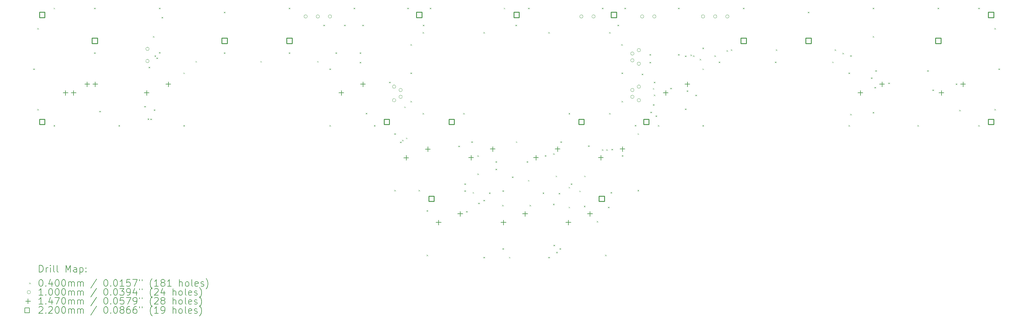
<source format=gbr>
%TF.GenerationSoftware,KiCad,Pcbnew,(6.0.10-0)*%
%TF.CreationDate,2023-02-22T14:57:38+09:00*%
%TF.ProjectId,Sandy_Middle,53616e64-795f-44d6-9964-646c652e6b69,v.0*%
%TF.SameCoordinates,Original*%
%TF.FileFunction,Drillmap*%
%TF.FilePolarity,Positive*%
%FSLAX45Y45*%
G04 Gerber Fmt 4.5, Leading zero omitted, Abs format (unit mm)*
G04 Created by KiCad (PCBNEW (6.0.10-0)) date 2023-02-22 14:57:38*
%MOMM*%
%LPD*%
G01*
G04 APERTURE LIST*
%ADD10C,0.200000*%
%ADD11C,0.040000*%
%ADD12C,0.100000*%
%ADD13C,0.147000*%
%ADD14C,0.220000*%
G04 APERTURE END LIST*
D10*
D11*
X2204906Y-3990028D02*
X2244906Y-4030028D01*
X2244906Y-3990028D02*
X2204906Y-4030028D01*
X2323969Y-2799403D02*
X2363969Y-2839403D01*
X2363969Y-2799403D02*
X2323969Y-2839403D01*
X2323969Y-5180653D02*
X2363969Y-5220653D01*
X2363969Y-5180653D02*
X2323969Y-5220653D01*
X2800218Y-2204091D02*
X2840218Y-2244091D01*
X2840218Y-2204091D02*
X2800218Y-2244091D01*
X2800218Y-5656903D02*
X2840218Y-5696903D01*
X2840218Y-5656903D02*
X2800218Y-5696903D01*
X3990843Y-2204091D02*
X4030843Y-2244091D01*
X4030843Y-2204091D02*
X3990843Y-2244091D01*
X3990843Y-3516953D02*
X4030843Y-3556953D01*
X4030843Y-3516953D02*
X3990843Y-3556953D01*
X4143243Y-5234628D02*
X4183243Y-5274628D01*
X4183243Y-5234628D02*
X4143243Y-5274628D01*
X4705219Y-5656903D02*
X4745219Y-5696903D01*
X4745219Y-5656903D02*
X4705219Y-5696903D01*
X5464044Y-5091753D02*
X5504044Y-5131753D01*
X5504044Y-5091753D02*
X5464044Y-5131753D01*
X5561723Y-5459813D02*
X5601723Y-5499813D01*
X5601723Y-5459813D02*
X5561723Y-5499813D01*
X5591044Y-3939228D02*
X5631043Y-3979228D01*
X5631043Y-3939228D02*
X5591044Y-3979228D01*
X5641843Y-5464716D02*
X5681843Y-5504716D01*
X5681843Y-5464716D02*
X5641843Y-5504716D01*
X5718043Y-3037528D02*
X5758043Y-3077528D01*
X5758043Y-3037528D02*
X5718043Y-3077528D01*
X5743443Y-5193353D02*
X5783443Y-5233353D01*
X5783443Y-5193353D02*
X5743443Y-5233353D01*
X5764109Y-3606383D02*
X5804109Y-3646383D01*
X5804109Y-3606383D02*
X5764109Y-3646383D01*
X5819643Y-3669353D02*
X5859643Y-3709353D01*
X5859643Y-3669353D02*
X5819643Y-3709353D01*
X5895843Y-2204091D02*
X5935843Y-2244091D01*
X5935843Y-2204091D02*
X5895843Y-2244091D01*
X5895843Y-3507428D02*
X5935843Y-3547428D01*
X5935843Y-3507428D02*
X5895843Y-3547428D01*
X5972043Y-2475553D02*
X6012043Y-2515553D01*
X6012043Y-2475553D02*
X5972043Y-2515553D01*
X6610218Y-4109090D02*
X6650218Y-4149090D01*
X6650218Y-4109090D02*
X6610218Y-4149090D01*
X6610218Y-5656903D02*
X6650218Y-5696903D01*
X6650218Y-5656903D02*
X6610218Y-5696903D01*
X6967406Y-3770953D02*
X7007406Y-3810953D01*
X7007406Y-3770953D02*
X6967406Y-3810953D01*
X7800843Y-2323153D02*
X7840843Y-2363153D01*
X7840843Y-2323153D02*
X7800843Y-2363153D01*
X7800843Y-3516953D02*
X7840843Y-3556953D01*
X7840843Y-3516953D02*
X7800843Y-3556953D01*
X8872406Y-3770953D02*
X8912406Y-3810953D01*
X8912406Y-3770953D02*
X8872406Y-3810953D01*
X9705844Y-2204091D02*
X9745844Y-2244091D01*
X9745844Y-2204091D02*
X9705844Y-2244091D01*
X9705844Y-3516953D02*
X9745844Y-3556953D01*
X9745844Y-3516953D02*
X9705844Y-3556953D01*
X10539281Y-3770953D02*
X10579281Y-3810953D01*
X10579281Y-3770953D02*
X10539281Y-3810953D01*
X10721844Y-2704153D02*
X10761844Y-2744153D01*
X10761844Y-2704153D02*
X10721844Y-2744153D01*
X10896469Y-3990028D02*
X10936469Y-4030028D01*
X10936469Y-3990028D02*
X10896469Y-4030028D01*
X10896469Y-5656903D02*
X10936469Y-5696903D01*
X10936469Y-5656903D02*
X10896469Y-5696903D01*
X11077444Y-3516953D02*
X11117444Y-3556953D01*
X11117444Y-3516953D02*
X11077444Y-3556953D01*
X11331443Y-2704153D02*
X11371443Y-2744153D01*
X11371443Y-2704153D02*
X11331443Y-2744153D01*
X11610843Y-2204091D02*
X11650843Y-2244091D01*
X11650843Y-2204091D02*
X11610843Y-2244091D01*
X11788643Y-3516953D02*
X11828643Y-3556953D01*
X11828643Y-3516953D02*
X11788643Y-3556953D01*
X11788643Y-3796353D02*
X11828643Y-3836353D01*
X11828643Y-3796353D02*
X11788643Y-3836353D01*
X11864843Y-2704153D02*
X11904843Y-2744153D01*
X11904843Y-2704153D02*
X11864843Y-2744153D01*
X11966443Y-5294953D02*
X12006443Y-5334953D01*
X12006443Y-5294953D02*
X11966443Y-5334953D01*
X12206156Y-5656903D02*
X12246156Y-5696903D01*
X12246156Y-5656903D02*
X12206156Y-5696903D01*
X12652243Y-4380553D02*
X12692243Y-4420553D01*
X12692243Y-4380553D02*
X12652243Y-4420553D01*
X12801468Y-5895028D02*
X12841468Y-5935028D01*
X12841468Y-5895028D02*
X12801468Y-5935028D01*
X12801468Y-7561903D02*
X12841468Y-7601903D01*
X12841468Y-7561903D02*
X12801468Y-7601903D01*
X12976484Y-6142288D02*
X13016484Y-6182288D01*
X13016484Y-6142288D02*
X12976484Y-6182288D01*
X13033243Y-6085528D02*
X13073243Y-6125528D01*
X13073243Y-6085528D02*
X13033243Y-6125528D01*
X13096743Y-5107628D02*
X13136743Y-5147628D01*
X13136743Y-5107628D02*
X13096743Y-5147628D01*
X13147543Y-6022028D02*
X13187543Y-6062028D01*
X13187543Y-6022028D02*
X13147543Y-6062028D01*
X13185643Y-2204091D02*
X13225643Y-2244091D01*
X13225643Y-2204091D02*
X13185643Y-2244091D01*
X13277718Y-3275653D02*
X13317718Y-3315653D01*
X13317718Y-3275653D02*
X13277718Y-3315653D01*
X13277718Y-4109090D02*
X13317718Y-4149090D01*
X13317718Y-4109090D02*
X13277718Y-4149090D01*
X13277718Y-4942528D02*
X13317718Y-4982528D01*
X13317718Y-4942528D02*
X13277718Y-4982528D01*
X13515843Y-7561903D02*
X13555843Y-7601903D01*
X13555843Y-7561903D02*
X13515843Y-7601903D01*
X13634906Y-2918465D02*
X13674906Y-2958465D01*
X13674906Y-2918465D02*
X13634906Y-2958465D01*
X13634906Y-5299716D02*
X13674906Y-5339716D01*
X13674906Y-5299716D02*
X13634906Y-5339716D01*
X13642843Y-2704153D02*
X13682843Y-2744153D01*
X13682843Y-2704153D02*
X13642843Y-2744153D01*
X13753968Y-8157215D02*
X13793968Y-8197215D01*
X13793968Y-8157215D02*
X13753968Y-8197215D01*
X13753968Y-9466903D02*
X13793968Y-9506903D01*
X13793968Y-9466903D02*
X13753968Y-9506903D01*
X13846043Y-2204091D02*
X13886043Y-2244091D01*
X13886043Y-2204091D02*
X13846043Y-2244091D01*
X14684243Y-6260153D02*
X14724243Y-6300153D01*
X14724243Y-6260153D02*
X14684243Y-6300153D01*
X14825531Y-5299716D02*
X14865531Y-5339716D01*
X14865531Y-5299716D02*
X14825531Y-5339716D01*
X14862043Y-7368228D02*
X14902043Y-7408228D01*
X14902043Y-7368228D02*
X14862043Y-7408228D01*
X14862043Y-7571428D02*
X14902043Y-7611428D01*
X14902043Y-7571428D02*
X14862043Y-7611428D01*
X14912843Y-8181028D02*
X14952843Y-8221028D01*
X14952843Y-8181028D02*
X14912843Y-8221028D01*
X15063656Y-6133153D02*
X15103656Y-6173153D01*
X15103656Y-6133153D02*
X15063656Y-6173153D01*
X15103343Y-7622228D02*
X15143343Y-7662228D01*
X15143343Y-7622228D02*
X15103343Y-7662228D01*
X15243043Y-6542728D02*
X15283043Y-6582728D01*
X15283043Y-6542728D02*
X15243043Y-6582728D01*
X15243043Y-7076128D02*
X15283043Y-7116128D01*
X15283043Y-7076128D02*
X15243043Y-7116128D01*
X15268443Y-7936553D02*
X15308443Y-7976553D01*
X15308443Y-7936553D02*
X15268443Y-7976553D01*
X15420843Y-2918465D02*
X15460843Y-2958465D01*
X15460843Y-2918465D02*
X15420843Y-2958465D01*
X15420843Y-7850828D02*
X15460843Y-7890828D01*
X15460843Y-7850828D02*
X15420843Y-7890828D01*
X15420843Y-9527228D02*
X15460843Y-9567228D01*
X15460843Y-9527228D02*
X15420843Y-9567228D01*
X15585943Y-7634928D02*
X15625943Y-7674928D01*
X15625943Y-7634928D02*
X15585943Y-7674928D01*
X15776443Y-6717353D02*
X15816443Y-6757353D01*
X15816443Y-6717353D02*
X15776443Y-6757353D01*
X15776443Y-6936428D02*
X15816443Y-6976428D01*
X15816443Y-6936428D02*
X15776443Y-6976428D01*
X15973343Y-8002528D02*
X16013343Y-8042528D01*
X16013343Y-8002528D02*
X15973343Y-8042528D01*
X15979643Y-7571428D02*
X16019643Y-7611428D01*
X16019643Y-7571428D02*
X15979643Y-7611428D01*
X15979643Y-9273228D02*
X16019643Y-9313228D01*
X16019643Y-9273228D02*
X15979643Y-9313228D01*
X16016156Y-2204091D02*
X16056156Y-2244091D01*
X16056156Y-2204091D02*
X16016156Y-2244091D01*
X16170143Y-9527228D02*
X16210143Y-9567228D01*
X16210143Y-9527228D02*
X16170143Y-9567228D01*
X16259043Y-7165028D02*
X16299043Y-7205028D01*
X16299043Y-7165028D02*
X16259043Y-7205028D01*
X16360643Y-2704153D02*
X16400643Y-2744153D01*
X16400643Y-2704153D02*
X16360643Y-2744153D01*
X16373343Y-6133153D02*
X16413343Y-6173153D01*
X16413343Y-6133153D02*
X16373343Y-6173153D01*
X16690843Y-6717353D02*
X16730843Y-6757353D01*
X16730843Y-6717353D02*
X16690843Y-6757353D01*
X16728943Y-7266628D02*
X16768943Y-7306628D01*
X16768943Y-7266628D02*
X16728943Y-7306628D01*
X16730531Y-2204091D02*
X16770531Y-2244091D01*
X16770531Y-2204091D02*
X16730531Y-2244091D01*
X16773343Y-8002528D02*
X16813344Y-8042528D01*
X16813344Y-8002528D02*
X16773343Y-8042528D01*
X17160744Y-7634928D02*
X17200744Y-7674928D01*
X17200744Y-7634928D02*
X17160744Y-7674928D01*
X17224244Y-6539553D02*
X17264244Y-6579553D01*
X17264244Y-6539553D02*
X17224244Y-6579553D01*
X17325844Y-2918465D02*
X17365844Y-2958465D01*
X17365844Y-2918465D02*
X17325844Y-2958465D01*
X17325844Y-9527228D02*
X17365844Y-9567228D01*
X17365844Y-9527228D02*
X17325844Y-9567228D01*
X17465544Y-7965128D02*
X17505544Y-8005128D01*
X17505544Y-7965128D02*
X17465544Y-8005128D01*
X17471364Y-6485048D02*
X17511364Y-6525048D01*
X17511364Y-6485048D02*
X17471364Y-6525048D01*
X17478244Y-9171628D02*
X17518244Y-9211628D01*
X17518244Y-9171628D02*
X17478244Y-9211628D01*
X17541744Y-7139628D02*
X17581744Y-7179628D01*
X17581744Y-7139628D02*
X17541744Y-7179628D01*
X17559331Y-9379716D02*
X17599331Y-9419716D01*
X17599331Y-9379716D02*
X17559331Y-9419716D01*
X17630644Y-7647628D02*
X17670644Y-7687628D01*
X17670644Y-7647628D02*
X17630644Y-7687628D01*
X17655514Y-9274716D02*
X17695514Y-9314716D01*
X17695514Y-9274716D02*
X17655514Y-9314716D01*
X17683031Y-6133153D02*
X17723031Y-6173153D01*
X17723031Y-6133153D02*
X17683031Y-6173153D01*
X17921156Y-5299716D02*
X17961156Y-5339716D01*
X17961156Y-5299716D02*
X17921156Y-5339716D01*
X17922047Y-8054572D02*
X17962047Y-8094572D01*
X17962047Y-8054572D02*
X17922047Y-8094572D01*
X17922667Y-7469751D02*
X17962667Y-7509751D01*
X17962667Y-7469751D02*
X17922667Y-7509751D01*
X17986244Y-7369715D02*
X18026244Y-7409715D01*
X18026244Y-7369715D02*
X17986244Y-7409715D01*
X18234512Y-7580954D02*
X18274512Y-7620954D01*
X18274512Y-7580954D02*
X18234512Y-7620954D01*
X18371855Y-8026858D02*
X18411855Y-8066858D01*
X18411855Y-8026858D02*
X18371855Y-8066858D01*
X18379944Y-7139628D02*
X18419944Y-7179628D01*
X18419944Y-7139628D02*
X18379944Y-7179628D01*
X18494244Y-6250628D02*
X18534244Y-6290628D01*
X18534244Y-6250628D02*
X18494244Y-6290628D01*
X18748244Y-8473128D02*
X18788244Y-8513128D01*
X18788244Y-8473128D02*
X18748244Y-8513128D01*
X18900643Y-6364928D02*
X18940643Y-6404928D01*
X18940643Y-6364928D02*
X18900643Y-6404928D01*
X18900644Y-2204091D02*
X18940644Y-2244091D01*
X18940644Y-2204091D02*
X18900644Y-2244091D01*
X18992719Y-9466903D02*
X19032719Y-9506903D01*
X19032719Y-9466903D02*
X18992719Y-9506903D01*
X19027644Y-6364928D02*
X19067644Y-6404928D01*
X19067644Y-6364928D02*
X19027644Y-6404928D01*
X19078444Y-8054028D02*
X19118444Y-8094028D01*
X19118444Y-8054028D02*
X19078444Y-8094028D01*
X19111781Y-2918465D02*
X19151781Y-2958465D01*
X19151781Y-2918465D02*
X19111781Y-2958465D01*
X19111781Y-5299716D02*
X19151781Y-5339716D01*
X19151781Y-5299716D02*
X19111781Y-5339716D01*
X19154644Y-7622228D02*
X19194644Y-7662228D01*
X19194644Y-7622228D02*
X19154644Y-7662228D01*
X19180044Y-6352228D02*
X19220044Y-6392228D01*
X19220044Y-6352228D02*
X19180044Y-6392228D01*
X19357844Y-2704153D02*
X19397844Y-2744153D01*
X19397844Y-2704153D02*
X19357844Y-2744153D01*
X19468969Y-3275653D02*
X19508969Y-3315653D01*
X19508969Y-3275653D02*
X19468969Y-3315653D01*
X19475219Y-4109090D02*
X19515219Y-4149090D01*
X19515219Y-4109090D02*
X19475219Y-4149090D01*
X19475219Y-4942528D02*
X19515219Y-4982528D01*
X19515219Y-4942528D02*
X19475219Y-4982528D01*
X19484844Y-6539553D02*
X19524844Y-6579553D01*
X19524844Y-6539553D02*
X19484844Y-6579553D01*
X19561044Y-2204091D02*
X19601044Y-2244091D01*
X19601044Y-2204091D02*
X19561044Y-2244091D01*
X19865844Y-5650553D02*
X19905844Y-5690553D01*
X19905844Y-5650553D02*
X19865844Y-5690553D01*
X19945219Y-5895028D02*
X19985219Y-5935028D01*
X19985219Y-5895028D02*
X19945219Y-5935028D01*
X19945219Y-7561903D02*
X19985219Y-7601903D01*
X19985219Y-7561903D02*
X19945219Y-7601903D01*
X20069044Y-4142428D02*
X20109044Y-4182428D01*
X20109044Y-4142428D02*
X20069044Y-4182428D01*
X20297644Y-3567753D02*
X20337644Y-3607753D01*
X20337644Y-3567753D02*
X20297644Y-3607753D01*
X20297644Y-3796353D02*
X20337644Y-3836353D01*
X20337644Y-3796353D02*
X20297644Y-3836353D01*
X20323044Y-5260028D02*
X20363044Y-5300028D01*
X20363044Y-5260028D02*
X20323044Y-5300028D01*
X20393669Y-4565478D02*
X20433669Y-4605478D01*
X20433669Y-4565478D02*
X20393669Y-4605478D01*
X20399244Y-5040953D02*
X20439244Y-5080953D01*
X20439244Y-5040953D02*
X20399244Y-5080953D01*
X20424644Y-4380553D02*
X20464644Y-4420553D01*
X20464644Y-4380553D02*
X20424644Y-4420553D01*
X20427019Y-4754403D02*
X20467019Y-4794403D01*
X20467019Y-4754403D02*
X20427019Y-4794403D01*
X20475444Y-5371153D02*
X20515444Y-5411153D01*
X20515444Y-5371153D02*
X20475444Y-5411153D01*
X20540531Y-5656903D02*
X20580531Y-5696903D01*
X20580531Y-5656903D02*
X20540531Y-5696903D01*
X20907244Y-4558353D02*
X20947244Y-4598353D01*
X20947244Y-4558353D02*
X20907244Y-4598353D01*
X21135844Y-2204091D02*
X21175844Y-2244091D01*
X21175844Y-2204091D02*
X21135844Y-2244091D01*
X21135844Y-3567753D02*
X21175844Y-3607753D01*
X21175844Y-3567753D02*
X21135844Y-3607753D01*
X21339044Y-3609028D02*
X21379044Y-3649028D01*
X21379044Y-3609028D02*
X21339044Y-3649028D01*
X21339044Y-5167953D02*
X21379044Y-5207953D01*
X21379044Y-5167953D02*
X21339044Y-5207953D01*
X21389844Y-4634553D02*
X21429844Y-4674553D01*
X21429844Y-4634553D02*
X21389844Y-4674553D01*
X21498381Y-3579135D02*
X21538381Y-3619135D01*
X21538381Y-3579135D02*
X21498381Y-3619135D01*
X21573194Y-3608228D02*
X21613194Y-3648228D01*
X21613194Y-3608228D02*
X21573194Y-3648228D01*
X21643844Y-4761553D02*
X21683844Y-4801553D01*
X21683844Y-4761553D02*
X21643844Y-4801553D01*
X21770844Y-3704278D02*
X21810844Y-3744278D01*
X21810844Y-3704278D02*
X21770844Y-3744278D01*
X21850219Y-3377253D02*
X21890219Y-3417253D01*
X21890219Y-3377253D02*
X21850219Y-3417253D01*
X21850219Y-3990028D02*
X21890219Y-4030028D01*
X21890219Y-3990028D02*
X21850219Y-4030028D01*
X21850219Y-5656903D02*
X21890219Y-5696903D01*
X21890219Y-5656903D02*
X21850219Y-5696903D01*
X22202644Y-3602678D02*
X22242644Y-3642678D01*
X22242644Y-3602678D02*
X22202644Y-3642678D01*
X22326469Y-3786828D02*
X22366469Y-3826828D01*
X22366469Y-3786828D02*
X22326469Y-3826828D01*
X22558243Y-3450278D02*
X22598243Y-3490278D01*
X22598243Y-3450278D02*
X22558243Y-3490278D01*
X22685243Y-3424878D02*
X22725243Y-3464878D01*
X22725243Y-3424878D02*
X22685243Y-3464878D01*
X23040843Y-2204091D02*
X23080843Y-2244091D01*
X23080843Y-2204091D02*
X23040843Y-2244091D01*
X23980643Y-3786828D02*
X24020643Y-3826828D01*
X24020643Y-3786828D02*
X23980643Y-3826828D01*
X24006043Y-3424878D02*
X24046043Y-3464878D01*
X24046043Y-3424878D02*
X24006043Y-3464878D01*
X24945843Y-2323153D02*
X24985843Y-2363153D01*
X24985843Y-2323153D02*
X24945843Y-2363153D01*
X25660218Y-3786828D02*
X25700218Y-3826828D01*
X25700218Y-3786828D02*
X25660218Y-3826828D01*
X25733243Y-3424878D02*
X25773243Y-3464878D01*
X25773243Y-3424878D02*
X25733243Y-3464878D01*
X25958403Y-3529918D02*
X25998403Y-3569918D01*
X25998403Y-3529918D02*
X25958403Y-3569918D01*
X26136468Y-4109090D02*
X26176468Y-4149090D01*
X26176468Y-4109090D02*
X26136468Y-4149090D01*
X26136468Y-5656903D02*
X26176468Y-5696903D01*
X26176468Y-5656903D02*
X26136468Y-5696903D01*
X26190443Y-5323528D02*
X26230443Y-5363528D01*
X26230443Y-5323528D02*
X26190443Y-5363528D01*
X26191766Y-3601355D02*
X26231766Y-3641355D01*
X26231766Y-3601355D02*
X26191766Y-3641355D01*
X26800043Y-4253553D02*
X26840043Y-4293553D01*
X26840043Y-4253553D02*
X26800043Y-4293553D01*
X26850843Y-2204091D02*
X26890843Y-2244091D01*
X26890843Y-2204091D02*
X26850843Y-2244091D01*
X26850843Y-3037528D02*
X26890843Y-3077528D01*
X26890843Y-3037528D02*
X26850843Y-3077528D01*
X26850843Y-5269553D02*
X26890843Y-5309553D01*
X26890843Y-5269553D02*
X26850843Y-5309553D01*
X26901643Y-4532953D02*
X26941643Y-4572953D01*
X26941643Y-4532953D02*
X26901643Y-4572953D01*
X26927043Y-4040828D02*
X26967043Y-4080828D01*
X26967043Y-4040828D02*
X26927043Y-4080828D01*
X27308043Y-4405953D02*
X27348043Y-4445953D01*
X27348043Y-4405953D02*
X27308043Y-4445953D01*
X28160531Y-5656903D02*
X28200531Y-5696903D01*
X28200531Y-5656903D02*
X28160531Y-5696903D01*
X28451043Y-4040828D02*
X28491043Y-4080828D01*
X28491043Y-4040828D02*
X28451043Y-4080828D01*
X28603443Y-4609153D02*
X28643443Y-4649153D01*
X28643443Y-4609153D02*
X28603443Y-4649153D01*
X28755843Y-2204091D02*
X28795843Y-2244091D01*
X28795843Y-2204091D02*
X28755843Y-2244091D01*
X29289243Y-4431353D02*
X29329243Y-4471353D01*
X29329243Y-4431353D02*
X29289243Y-4471353D01*
X29390843Y-5202878D02*
X29430843Y-5242878D01*
X29430843Y-5202878D02*
X29390843Y-5242878D01*
X29946468Y-2204091D02*
X29986468Y-2244091D01*
X29986468Y-2204091D02*
X29946468Y-2244091D01*
X29946468Y-5656903D02*
X29986468Y-5696903D01*
X29986468Y-5656903D02*
X29946468Y-5696903D01*
X30422718Y-2799403D02*
X30462718Y-2839403D01*
X30462718Y-2799403D02*
X30422718Y-2839403D01*
X30422718Y-5180653D02*
X30462718Y-5220653D01*
X30462718Y-5180653D02*
X30422718Y-5220653D01*
X30541781Y-3990028D02*
X30581781Y-4030028D01*
X30581781Y-3990028D02*
X30541781Y-4030028D01*
D12*
X5608656Y-3414715D02*
G75*
G03*
X5608656Y-3414715I-50000J0D01*
G01*
X5608656Y-3771903D02*
G75*
G03*
X5608656Y-3771903I-50000J0D01*
G01*
X10252094Y-2462216D02*
G75*
G03*
X10252094Y-2462216I-50000J0D01*
G01*
X10609281Y-2462216D02*
G75*
G03*
X10609281Y-2462216I-50000J0D01*
G01*
X10966469Y-2462216D02*
G75*
G03*
X10966469Y-2462216I-50000J0D01*
G01*
X12851468Y-4524403D02*
G75*
G03*
X12851468Y-4524403I-50000J0D01*
G01*
X12851468Y-4924403D02*
G75*
G03*
X12851468Y-4924403I-50000J0D01*
G01*
X13041468Y-4624403D02*
G75*
G03*
X13041468Y-4624403I-50000J0D01*
G01*
X13041468Y-4824403D02*
G75*
G03*
X13041468Y-4824403I-50000J0D01*
G01*
X18348344Y-2462216D02*
G75*
G03*
X18348344Y-2462216I-50000J0D01*
G01*
X18705531Y-2462216D02*
G75*
G03*
X18705531Y-2462216I-50000J0D01*
G01*
X19845219Y-3552840D02*
G75*
G03*
X19845219Y-3552840I-50000J0D01*
G01*
X19845219Y-3752840D02*
G75*
G03*
X19845219Y-3752840I-50000J0D01*
G01*
X19845219Y-4624403D02*
G75*
G03*
X19845219Y-4624403I-50000J0D01*
G01*
X19845219Y-4824403D02*
G75*
G03*
X19845219Y-4824403I-50000J0D01*
G01*
X20035219Y-3452840D02*
G75*
G03*
X20035219Y-3452840I-50000J0D01*
G01*
X20035219Y-3852840D02*
G75*
G03*
X20035219Y-3852840I-50000J0D01*
G01*
X20035219Y-4524403D02*
G75*
G03*
X20035219Y-4524403I-50000J0D01*
G01*
X20035219Y-4924403D02*
G75*
G03*
X20035219Y-4924403I-50000J0D01*
G01*
X20134281Y-2462216D02*
G75*
G03*
X20134281Y-2462216I-50000J0D01*
G01*
X20491469Y-2462216D02*
G75*
G03*
X20491469Y-2462216I-50000J0D01*
G01*
X21920219Y-2462216D02*
G75*
G03*
X21920219Y-2462216I-50000J0D01*
G01*
X22277406Y-2462216D02*
G75*
G03*
X22277406Y-2462216I-50000J0D01*
G01*
X22634593Y-2462216D02*
G75*
G03*
X22634593Y-2462216I-50000J0D01*
G01*
D13*
X3153593Y-4635028D02*
X3153593Y-4782028D01*
X3080093Y-4708528D02*
X3227093Y-4708528D01*
X3391718Y-4635028D02*
X3391718Y-4782028D01*
X3318218Y-4708528D02*
X3465218Y-4708528D01*
X3788593Y-4381028D02*
X3788593Y-4528028D01*
X3715093Y-4454528D02*
X3862093Y-4454528D01*
X4026718Y-4381028D02*
X4026718Y-4528028D01*
X3953218Y-4454528D02*
X4100218Y-4454528D01*
X5534844Y-4635028D02*
X5534844Y-4782028D01*
X5461344Y-4708528D02*
X5608343Y-4708528D01*
X6169843Y-4381028D02*
X6169843Y-4528028D01*
X6096343Y-4454528D02*
X6243343Y-4454528D01*
X11249843Y-4635028D02*
X11249843Y-4782028D01*
X11176344Y-4708528D02*
X11323343Y-4708528D01*
X11884843Y-4381028D02*
X11884843Y-4528028D01*
X11811343Y-4454528D02*
X11958343Y-4454528D01*
X13154843Y-6542532D02*
X13154843Y-6689532D01*
X13081343Y-6616032D02*
X13228343Y-6616032D01*
X13789843Y-6288532D02*
X13789843Y-6435532D01*
X13716343Y-6362032D02*
X13863343Y-6362032D01*
X14107343Y-8445028D02*
X14107343Y-8592028D01*
X14033843Y-8518528D02*
X14180843Y-8518528D01*
X14742343Y-8191028D02*
X14742343Y-8338028D01*
X14668843Y-8264528D02*
X14815843Y-8264528D01*
X15059843Y-6540028D02*
X15059843Y-6687028D01*
X14986343Y-6613528D02*
X15133343Y-6613528D01*
X15694843Y-6286028D02*
X15694843Y-6433028D01*
X15621343Y-6359528D02*
X15768343Y-6359528D01*
X16012343Y-8445028D02*
X16012343Y-8592028D01*
X15938843Y-8518528D02*
X16085843Y-8518528D01*
X16647343Y-8191028D02*
X16647343Y-8338028D01*
X16573843Y-8264528D02*
X16720843Y-8264528D01*
X16964844Y-6540028D02*
X16964844Y-6687028D01*
X16891344Y-6613528D02*
X17038344Y-6613528D01*
X17599844Y-6286028D02*
X17599844Y-6433028D01*
X17526344Y-6359528D02*
X17673344Y-6359528D01*
X17917344Y-8445028D02*
X17917344Y-8592028D01*
X17843844Y-8518528D02*
X17990844Y-8518528D01*
X18552344Y-8191028D02*
X18552344Y-8338028D01*
X18478844Y-8264528D02*
X18625844Y-8264528D01*
X18869844Y-6540028D02*
X18869844Y-6687028D01*
X18796344Y-6613528D02*
X18943344Y-6613528D01*
X19504844Y-6286028D02*
X19504844Y-6433028D01*
X19431344Y-6359528D02*
X19578344Y-6359528D01*
X20774844Y-4635028D02*
X20774844Y-4782028D01*
X20701344Y-4708528D02*
X20848344Y-4708528D01*
X21409844Y-4381028D02*
X21409844Y-4528028D01*
X21336344Y-4454528D02*
X21483344Y-4454528D01*
X26489843Y-4635028D02*
X26489843Y-4782028D01*
X26416343Y-4708528D02*
X26563343Y-4708528D01*
X27124843Y-4381028D02*
X27124843Y-4528028D01*
X27051343Y-4454528D02*
X27198343Y-4454528D01*
X28871093Y-4635028D02*
X28871093Y-4782028D01*
X28797593Y-4708528D02*
X28944593Y-4708528D01*
X29506093Y-4381028D02*
X29506093Y-4528028D01*
X29432593Y-4454528D02*
X29579593Y-4454528D01*
D14*
X2540814Y-2491136D02*
X2540814Y-2335571D01*
X2385249Y-2335571D01*
X2385249Y-2491136D01*
X2540814Y-2491136D01*
X2540814Y-5636560D02*
X2540814Y-5480996D01*
X2385249Y-5480996D01*
X2385249Y-5636560D01*
X2540814Y-5636560D01*
X4088626Y-3254373D02*
X4088626Y-3098808D01*
X3933061Y-3098808D01*
X3933061Y-3254373D01*
X4088626Y-3254373D01*
X7898626Y-3254373D02*
X7898626Y-3098808D01*
X7743061Y-3098808D01*
X7743061Y-3254373D01*
X7898626Y-3254373D01*
X9803626Y-3254373D02*
X9803626Y-3098808D01*
X9648061Y-3098808D01*
X9648061Y-3254373D01*
X9803626Y-3254373D01*
X12661126Y-5635623D02*
X12661126Y-5480058D01*
X12505561Y-5480058D01*
X12505561Y-5635623D01*
X12661126Y-5635623D01*
X13613626Y-2491136D02*
X13613626Y-2335571D01*
X13458061Y-2335571D01*
X13458061Y-2491136D01*
X13613626Y-2491136D01*
X13970813Y-7897810D02*
X13970813Y-7742245D01*
X13815248Y-7742245D01*
X13815248Y-7897810D01*
X13970813Y-7897810D01*
X14566126Y-5635623D02*
X14566126Y-5480058D01*
X14410561Y-5480058D01*
X14410561Y-5635623D01*
X14566126Y-5635623D01*
X16471126Y-2491136D02*
X16471126Y-2335571D01*
X16315561Y-2335571D01*
X16315561Y-2491136D01*
X16471126Y-2491136D01*
X18376126Y-5635623D02*
X18376126Y-5480058D01*
X18220561Y-5480058D01*
X18220561Y-5635623D01*
X18376126Y-5635623D01*
X18971439Y-7897810D02*
X18971439Y-7742245D01*
X18815874Y-7742245D01*
X18815874Y-7897810D01*
X18971439Y-7897810D01*
X19328626Y-2491136D02*
X19328626Y-2335571D01*
X19173061Y-2335571D01*
X19173061Y-2491136D01*
X19328626Y-2491136D01*
X20281126Y-5640310D02*
X20281126Y-5484746D01*
X20125561Y-5484746D01*
X20125561Y-5640310D01*
X20281126Y-5640310D01*
X23138626Y-3254373D02*
X23138626Y-3098808D01*
X22983061Y-3098808D01*
X22983061Y-3254373D01*
X23138626Y-3254373D01*
X25043626Y-3254373D02*
X25043626Y-3098808D01*
X24888061Y-3098808D01*
X24888061Y-3254373D01*
X25043626Y-3254373D01*
X28853626Y-3254373D02*
X28853626Y-3098808D01*
X28698061Y-3098808D01*
X28698061Y-3254373D01*
X28853626Y-3254373D01*
X30401438Y-2491136D02*
X30401438Y-2335571D01*
X30245873Y-2335571D01*
X30245873Y-2491136D01*
X30401438Y-2491136D01*
X30401438Y-5636560D02*
X30401438Y-5480996D01*
X30245873Y-5480996D01*
X30245873Y-5636560D01*
X30401438Y-5636560D01*
D10*
X2383463Y-9975500D02*
X2383463Y-9775500D01*
X2431082Y-9775500D01*
X2459653Y-9785024D01*
X2478701Y-9804072D01*
X2488224Y-9823119D01*
X2497748Y-9861214D01*
X2497748Y-9889786D01*
X2488224Y-9927881D01*
X2478701Y-9946929D01*
X2459653Y-9965976D01*
X2431082Y-9975500D01*
X2383463Y-9975500D01*
X2583463Y-9975500D02*
X2583463Y-9842167D01*
X2583463Y-9880262D02*
X2592986Y-9861214D01*
X2602510Y-9851691D01*
X2621558Y-9842167D01*
X2640605Y-9842167D01*
X2707272Y-9975500D02*
X2707272Y-9842167D01*
X2707272Y-9775500D02*
X2697748Y-9785024D01*
X2707272Y-9794548D01*
X2716796Y-9785024D01*
X2707272Y-9775500D01*
X2707272Y-9794548D01*
X2831081Y-9975500D02*
X2812034Y-9965976D01*
X2802510Y-9946929D01*
X2802510Y-9775500D01*
X2935843Y-9975500D02*
X2916796Y-9965976D01*
X2907272Y-9946929D01*
X2907272Y-9775500D01*
X3164415Y-9975500D02*
X3164415Y-9775500D01*
X3231081Y-9918357D01*
X3297748Y-9775500D01*
X3297748Y-9975500D01*
X3478701Y-9975500D02*
X3478701Y-9870738D01*
X3469177Y-9851691D01*
X3450129Y-9842167D01*
X3412034Y-9842167D01*
X3392986Y-9851691D01*
X3478701Y-9965976D02*
X3459653Y-9975500D01*
X3412034Y-9975500D01*
X3392986Y-9965976D01*
X3383462Y-9946929D01*
X3383462Y-9927881D01*
X3392986Y-9908834D01*
X3412034Y-9899310D01*
X3459653Y-9899310D01*
X3478701Y-9889786D01*
X3573939Y-9842167D02*
X3573939Y-10042167D01*
X3573939Y-9851691D02*
X3592986Y-9842167D01*
X3631081Y-9842167D01*
X3650129Y-9851691D01*
X3659653Y-9861214D01*
X3669177Y-9880262D01*
X3669177Y-9937405D01*
X3659653Y-9956453D01*
X3650129Y-9965976D01*
X3631081Y-9975500D01*
X3592986Y-9975500D01*
X3573939Y-9965976D01*
X3754891Y-9956453D02*
X3764415Y-9965976D01*
X3754891Y-9975500D01*
X3745367Y-9965976D01*
X3754891Y-9956453D01*
X3754891Y-9975500D01*
X3754891Y-9851691D02*
X3764415Y-9861214D01*
X3754891Y-9870738D01*
X3745367Y-9861214D01*
X3754891Y-9851691D01*
X3754891Y-9870738D01*
D11*
X2085843Y-10285024D02*
X2125844Y-10325024D01*
X2125844Y-10285024D02*
X2085843Y-10325024D01*
D10*
X2421558Y-10195500D02*
X2440605Y-10195500D01*
X2459653Y-10205024D01*
X2469177Y-10214548D01*
X2478701Y-10233595D01*
X2488224Y-10271691D01*
X2488224Y-10319310D01*
X2478701Y-10357405D01*
X2469177Y-10376453D01*
X2459653Y-10385976D01*
X2440605Y-10395500D01*
X2421558Y-10395500D01*
X2402510Y-10385976D01*
X2392986Y-10376453D01*
X2383463Y-10357405D01*
X2373939Y-10319310D01*
X2373939Y-10271691D01*
X2383463Y-10233595D01*
X2392986Y-10214548D01*
X2402510Y-10205024D01*
X2421558Y-10195500D01*
X2573939Y-10376453D02*
X2583463Y-10385976D01*
X2573939Y-10395500D01*
X2564415Y-10385976D01*
X2573939Y-10376453D01*
X2573939Y-10395500D01*
X2754891Y-10262167D02*
X2754891Y-10395500D01*
X2707272Y-10185976D02*
X2659653Y-10328834D01*
X2783463Y-10328834D01*
X2897748Y-10195500D02*
X2916796Y-10195500D01*
X2935843Y-10205024D01*
X2945367Y-10214548D01*
X2954891Y-10233595D01*
X2964415Y-10271691D01*
X2964415Y-10319310D01*
X2954891Y-10357405D01*
X2945367Y-10376453D01*
X2935843Y-10385976D01*
X2916796Y-10395500D01*
X2897748Y-10395500D01*
X2878701Y-10385976D01*
X2869177Y-10376453D01*
X2859653Y-10357405D01*
X2850129Y-10319310D01*
X2850129Y-10271691D01*
X2859653Y-10233595D01*
X2869177Y-10214548D01*
X2878701Y-10205024D01*
X2897748Y-10195500D01*
X3088224Y-10195500D02*
X3107272Y-10195500D01*
X3126320Y-10205024D01*
X3135843Y-10214548D01*
X3145367Y-10233595D01*
X3154891Y-10271691D01*
X3154891Y-10319310D01*
X3145367Y-10357405D01*
X3135843Y-10376453D01*
X3126320Y-10385976D01*
X3107272Y-10395500D01*
X3088224Y-10395500D01*
X3069177Y-10385976D01*
X3059653Y-10376453D01*
X3050129Y-10357405D01*
X3040605Y-10319310D01*
X3040605Y-10271691D01*
X3050129Y-10233595D01*
X3059653Y-10214548D01*
X3069177Y-10205024D01*
X3088224Y-10195500D01*
X3240605Y-10395500D02*
X3240605Y-10262167D01*
X3240605Y-10281214D02*
X3250129Y-10271691D01*
X3269177Y-10262167D01*
X3297748Y-10262167D01*
X3316796Y-10271691D01*
X3326320Y-10290738D01*
X3326320Y-10395500D01*
X3326320Y-10290738D02*
X3335843Y-10271691D01*
X3354891Y-10262167D01*
X3383462Y-10262167D01*
X3402510Y-10271691D01*
X3412034Y-10290738D01*
X3412034Y-10395500D01*
X3507272Y-10395500D02*
X3507272Y-10262167D01*
X3507272Y-10281214D02*
X3516796Y-10271691D01*
X3535843Y-10262167D01*
X3564415Y-10262167D01*
X3583462Y-10271691D01*
X3592986Y-10290738D01*
X3592986Y-10395500D01*
X3592986Y-10290738D02*
X3602510Y-10271691D01*
X3621558Y-10262167D01*
X3650129Y-10262167D01*
X3669177Y-10271691D01*
X3678701Y-10290738D01*
X3678701Y-10395500D01*
X4069177Y-10185976D02*
X3897748Y-10443119D01*
X4326320Y-10195500D02*
X4345367Y-10195500D01*
X4364415Y-10205024D01*
X4373939Y-10214548D01*
X4383463Y-10233595D01*
X4392986Y-10271691D01*
X4392986Y-10319310D01*
X4383463Y-10357405D01*
X4373939Y-10376453D01*
X4364415Y-10385976D01*
X4345367Y-10395500D01*
X4326320Y-10395500D01*
X4307272Y-10385976D01*
X4297748Y-10376453D01*
X4288224Y-10357405D01*
X4278701Y-10319310D01*
X4278701Y-10271691D01*
X4288224Y-10233595D01*
X4297748Y-10214548D01*
X4307272Y-10205024D01*
X4326320Y-10195500D01*
X4478701Y-10376453D02*
X4488224Y-10385976D01*
X4478701Y-10395500D01*
X4469177Y-10385976D01*
X4478701Y-10376453D01*
X4478701Y-10395500D01*
X4612034Y-10195500D02*
X4631082Y-10195500D01*
X4650129Y-10205024D01*
X4659653Y-10214548D01*
X4669177Y-10233595D01*
X4678701Y-10271691D01*
X4678701Y-10319310D01*
X4669177Y-10357405D01*
X4659653Y-10376453D01*
X4650129Y-10385976D01*
X4631082Y-10395500D01*
X4612034Y-10395500D01*
X4592986Y-10385976D01*
X4583463Y-10376453D01*
X4573939Y-10357405D01*
X4564415Y-10319310D01*
X4564415Y-10271691D01*
X4573939Y-10233595D01*
X4583463Y-10214548D01*
X4592986Y-10205024D01*
X4612034Y-10195500D01*
X4869177Y-10395500D02*
X4754891Y-10395500D01*
X4812034Y-10395500D02*
X4812034Y-10195500D01*
X4792986Y-10224072D01*
X4773939Y-10243119D01*
X4754891Y-10252643D01*
X5050129Y-10195500D02*
X4954891Y-10195500D01*
X4945367Y-10290738D01*
X4954891Y-10281214D01*
X4973939Y-10271691D01*
X5021558Y-10271691D01*
X5040605Y-10281214D01*
X5050129Y-10290738D01*
X5059653Y-10309786D01*
X5059653Y-10357405D01*
X5050129Y-10376453D01*
X5040605Y-10385976D01*
X5021558Y-10395500D01*
X4973939Y-10395500D01*
X4954891Y-10385976D01*
X4945367Y-10376453D01*
X5126320Y-10195500D02*
X5259653Y-10195500D01*
X5173939Y-10395500D01*
X5326320Y-10195500D02*
X5326320Y-10233595D01*
X5402510Y-10195500D02*
X5402510Y-10233595D01*
X5697748Y-10471691D02*
X5688224Y-10462167D01*
X5669177Y-10433595D01*
X5659653Y-10414548D01*
X5650129Y-10385976D01*
X5640605Y-10338357D01*
X5640605Y-10300262D01*
X5650129Y-10252643D01*
X5659653Y-10224072D01*
X5669177Y-10205024D01*
X5688224Y-10176453D01*
X5697748Y-10166929D01*
X5878701Y-10395500D02*
X5764415Y-10395500D01*
X5821558Y-10395500D02*
X5821558Y-10195500D01*
X5802510Y-10224072D01*
X5783462Y-10243119D01*
X5764415Y-10252643D01*
X5992986Y-10281214D02*
X5973939Y-10271691D01*
X5964415Y-10262167D01*
X5954891Y-10243119D01*
X5954891Y-10233595D01*
X5964415Y-10214548D01*
X5973939Y-10205024D01*
X5992986Y-10195500D01*
X6031081Y-10195500D01*
X6050129Y-10205024D01*
X6059653Y-10214548D01*
X6069177Y-10233595D01*
X6069177Y-10243119D01*
X6059653Y-10262167D01*
X6050129Y-10271691D01*
X6031081Y-10281214D01*
X5992986Y-10281214D01*
X5973939Y-10290738D01*
X5964415Y-10300262D01*
X5954891Y-10319310D01*
X5954891Y-10357405D01*
X5964415Y-10376453D01*
X5973939Y-10385976D01*
X5992986Y-10395500D01*
X6031081Y-10395500D01*
X6050129Y-10385976D01*
X6059653Y-10376453D01*
X6069177Y-10357405D01*
X6069177Y-10319310D01*
X6059653Y-10300262D01*
X6050129Y-10290738D01*
X6031081Y-10281214D01*
X6259653Y-10395500D02*
X6145367Y-10395500D01*
X6202510Y-10395500D02*
X6202510Y-10195500D01*
X6183462Y-10224072D01*
X6164415Y-10243119D01*
X6145367Y-10252643D01*
X6497748Y-10395500D02*
X6497748Y-10195500D01*
X6583462Y-10395500D02*
X6583462Y-10290738D01*
X6573939Y-10271691D01*
X6554891Y-10262167D01*
X6526320Y-10262167D01*
X6507272Y-10271691D01*
X6497748Y-10281214D01*
X6707272Y-10395500D02*
X6688224Y-10385976D01*
X6678701Y-10376453D01*
X6669177Y-10357405D01*
X6669177Y-10300262D01*
X6678701Y-10281214D01*
X6688224Y-10271691D01*
X6707272Y-10262167D01*
X6735843Y-10262167D01*
X6754891Y-10271691D01*
X6764415Y-10281214D01*
X6773939Y-10300262D01*
X6773939Y-10357405D01*
X6764415Y-10376453D01*
X6754891Y-10385976D01*
X6735843Y-10395500D01*
X6707272Y-10395500D01*
X6888224Y-10395500D02*
X6869177Y-10385976D01*
X6859653Y-10366929D01*
X6859653Y-10195500D01*
X7040605Y-10385976D02*
X7021558Y-10395500D01*
X6983462Y-10395500D01*
X6964415Y-10385976D01*
X6954891Y-10366929D01*
X6954891Y-10290738D01*
X6964415Y-10271691D01*
X6983462Y-10262167D01*
X7021558Y-10262167D01*
X7040605Y-10271691D01*
X7050129Y-10290738D01*
X7050129Y-10309786D01*
X6954891Y-10328834D01*
X7126320Y-10385976D02*
X7145367Y-10395500D01*
X7183462Y-10395500D01*
X7202510Y-10385976D01*
X7212034Y-10366929D01*
X7212034Y-10357405D01*
X7202510Y-10338357D01*
X7183462Y-10328834D01*
X7154891Y-10328834D01*
X7135843Y-10319310D01*
X7126320Y-10300262D01*
X7126320Y-10290738D01*
X7135843Y-10271691D01*
X7154891Y-10262167D01*
X7183462Y-10262167D01*
X7202510Y-10271691D01*
X7278701Y-10471691D02*
X7288224Y-10462167D01*
X7307272Y-10433595D01*
X7316796Y-10414548D01*
X7326320Y-10385976D01*
X7335843Y-10338357D01*
X7335843Y-10300262D01*
X7326320Y-10252643D01*
X7316796Y-10224072D01*
X7307272Y-10205024D01*
X7288224Y-10176453D01*
X7278701Y-10166929D01*
D12*
X2125844Y-10569024D02*
G75*
G03*
X2125844Y-10569024I-50000J0D01*
G01*
D10*
X2488224Y-10659500D02*
X2373939Y-10659500D01*
X2431082Y-10659500D02*
X2431082Y-10459500D01*
X2412034Y-10488072D01*
X2392986Y-10507119D01*
X2373939Y-10516643D01*
X2573939Y-10640453D02*
X2583463Y-10649976D01*
X2573939Y-10659500D01*
X2564415Y-10649976D01*
X2573939Y-10640453D01*
X2573939Y-10659500D01*
X2707272Y-10459500D02*
X2726320Y-10459500D01*
X2745367Y-10469024D01*
X2754891Y-10478548D01*
X2764415Y-10497595D01*
X2773939Y-10535691D01*
X2773939Y-10583310D01*
X2764415Y-10621405D01*
X2754891Y-10640453D01*
X2745367Y-10649976D01*
X2726320Y-10659500D01*
X2707272Y-10659500D01*
X2688224Y-10649976D01*
X2678701Y-10640453D01*
X2669177Y-10621405D01*
X2659653Y-10583310D01*
X2659653Y-10535691D01*
X2669177Y-10497595D01*
X2678701Y-10478548D01*
X2688224Y-10469024D01*
X2707272Y-10459500D01*
X2897748Y-10459500D02*
X2916796Y-10459500D01*
X2935843Y-10469024D01*
X2945367Y-10478548D01*
X2954891Y-10497595D01*
X2964415Y-10535691D01*
X2964415Y-10583310D01*
X2954891Y-10621405D01*
X2945367Y-10640453D01*
X2935843Y-10649976D01*
X2916796Y-10659500D01*
X2897748Y-10659500D01*
X2878701Y-10649976D01*
X2869177Y-10640453D01*
X2859653Y-10621405D01*
X2850129Y-10583310D01*
X2850129Y-10535691D01*
X2859653Y-10497595D01*
X2869177Y-10478548D01*
X2878701Y-10469024D01*
X2897748Y-10459500D01*
X3088224Y-10459500D02*
X3107272Y-10459500D01*
X3126320Y-10469024D01*
X3135843Y-10478548D01*
X3145367Y-10497595D01*
X3154891Y-10535691D01*
X3154891Y-10583310D01*
X3145367Y-10621405D01*
X3135843Y-10640453D01*
X3126320Y-10649976D01*
X3107272Y-10659500D01*
X3088224Y-10659500D01*
X3069177Y-10649976D01*
X3059653Y-10640453D01*
X3050129Y-10621405D01*
X3040605Y-10583310D01*
X3040605Y-10535691D01*
X3050129Y-10497595D01*
X3059653Y-10478548D01*
X3069177Y-10469024D01*
X3088224Y-10459500D01*
X3240605Y-10659500D02*
X3240605Y-10526167D01*
X3240605Y-10545214D02*
X3250129Y-10535691D01*
X3269177Y-10526167D01*
X3297748Y-10526167D01*
X3316796Y-10535691D01*
X3326320Y-10554738D01*
X3326320Y-10659500D01*
X3326320Y-10554738D02*
X3335843Y-10535691D01*
X3354891Y-10526167D01*
X3383462Y-10526167D01*
X3402510Y-10535691D01*
X3412034Y-10554738D01*
X3412034Y-10659500D01*
X3507272Y-10659500D02*
X3507272Y-10526167D01*
X3507272Y-10545214D02*
X3516796Y-10535691D01*
X3535843Y-10526167D01*
X3564415Y-10526167D01*
X3583462Y-10535691D01*
X3592986Y-10554738D01*
X3592986Y-10659500D01*
X3592986Y-10554738D02*
X3602510Y-10535691D01*
X3621558Y-10526167D01*
X3650129Y-10526167D01*
X3669177Y-10535691D01*
X3678701Y-10554738D01*
X3678701Y-10659500D01*
X4069177Y-10449976D02*
X3897748Y-10707119D01*
X4326320Y-10459500D02*
X4345367Y-10459500D01*
X4364415Y-10469024D01*
X4373939Y-10478548D01*
X4383463Y-10497595D01*
X4392986Y-10535691D01*
X4392986Y-10583310D01*
X4383463Y-10621405D01*
X4373939Y-10640453D01*
X4364415Y-10649976D01*
X4345367Y-10659500D01*
X4326320Y-10659500D01*
X4307272Y-10649976D01*
X4297748Y-10640453D01*
X4288224Y-10621405D01*
X4278701Y-10583310D01*
X4278701Y-10535691D01*
X4288224Y-10497595D01*
X4297748Y-10478548D01*
X4307272Y-10469024D01*
X4326320Y-10459500D01*
X4478701Y-10640453D02*
X4488224Y-10649976D01*
X4478701Y-10659500D01*
X4469177Y-10649976D01*
X4478701Y-10640453D01*
X4478701Y-10659500D01*
X4612034Y-10459500D02*
X4631082Y-10459500D01*
X4650129Y-10469024D01*
X4659653Y-10478548D01*
X4669177Y-10497595D01*
X4678701Y-10535691D01*
X4678701Y-10583310D01*
X4669177Y-10621405D01*
X4659653Y-10640453D01*
X4650129Y-10649976D01*
X4631082Y-10659500D01*
X4612034Y-10659500D01*
X4592986Y-10649976D01*
X4583463Y-10640453D01*
X4573939Y-10621405D01*
X4564415Y-10583310D01*
X4564415Y-10535691D01*
X4573939Y-10497595D01*
X4583463Y-10478548D01*
X4592986Y-10469024D01*
X4612034Y-10459500D01*
X4745367Y-10459500D02*
X4869177Y-10459500D01*
X4802510Y-10535691D01*
X4831082Y-10535691D01*
X4850129Y-10545214D01*
X4859653Y-10554738D01*
X4869177Y-10573786D01*
X4869177Y-10621405D01*
X4859653Y-10640453D01*
X4850129Y-10649976D01*
X4831082Y-10659500D01*
X4773939Y-10659500D01*
X4754891Y-10649976D01*
X4745367Y-10640453D01*
X4964415Y-10659500D02*
X5002510Y-10659500D01*
X5021558Y-10649976D01*
X5031082Y-10640453D01*
X5050129Y-10611881D01*
X5059653Y-10573786D01*
X5059653Y-10497595D01*
X5050129Y-10478548D01*
X5040605Y-10469024D01*
X5021558Y-10459500D01*
X4983463Y-10459500D01*
X4964415Y-10469024D01*
X4954891Y-10478548D01*
X4945367Y-10497595D01*
X4945367Y-10545214D01*
X4954891Y-10564262D01*
X4964415Y-10573786D01*
X4983463Y-10583310D01*
X5021558Y-10583310D01*
X5040605Y-10573786D01*
X5050129Y-10564262D01*
X5059653Y-10545214D01*
X5231082Y-10526167D02*
X5231082Y-10659500D01*
X5183463Y-10449976D02*
X5135843Y-10592834D01*
X5259653Y-10592834D01*
X5326320Y-10459500D02*
X5326320Y-10497595D01*
X5402510Y-10459500D02*
X5402510Y-10497595D01*
X5697748Y-10735691D02*
X5688224Y-10726167D01*
X5669177Y-10697595D01*
X5659653Y-10678548D01*
X5650129Y-10649976D01*
X5640605Y-10602357D01*
X5640605Y-10564262D01*
X5650129Y-10516643D01*
X5659653Y-10488072D01*
X5669177Y-10469024D01*
X5688224Y-10440453D01*
X5697748Y-10430929D01*
X5764415Y-10478548D02*
X5773939Y-10469024D01*
X5792986Y-10459500D01*
X5840605Y-10459500D01*
X5859653Y-10469024D01*
X5869177Y-10478548D01*
X5878701Y-10497595D01*
X5878701Y-10516643D01*
X5869177Y-10545214D01*
X5754891Y-10659500D01*
X5878701Y-10659500D01*
X6050129Y-10526167D02*
X6050129Y-10659500D01*
X6002510Y-10449976D02*
X5954891Y-10592834D01*
X6078701Y-10592834D01*
X6307272Y-10659500D02*
X6307272Y-10459500D01*
X6392986Y-10659500D02*
X6392986Y-10554738D01*
X6383462Y-10535691D01*
X6364415Y-10526167D01*
X6335843Y-10526167D01*
X6316796Y-10535691D01*
X6307272Y-10545214D01*
X6516796Y-10659500D02*
X6497748Y-10649976D01*
X6488224Y-10640453D01*
X6478701Y-10621405D01*
X6478701Y-10564262D01*
X6488224Y-10545214D01*
X6497748Y-10535691D01*
X6516796Y-10526167D01*
X6545367Y-10526167D01*
X6564415Y-10535691D01*
X6573939Y-10545214D01*
X6583462Y-10564262D01*
X6583462Y-10621405D01*
X6573939Y-10640453D01*
X6564415Y-10649976D01*
X6545367Y-10659500D01*
X6516796Y-10659500D01*
X6697748Y-10659500D02*
X6678701Y-10649976D01*
X6669177Y-10630929D01*
X6669177Y-10459500D01*
X6850129Y-10649976D02*
X6831081Y-10659500D01*
X6792986Y-10659500D01*
X6773939Y-10649976D01*
X6764415Y-10630929D01*
X6764415Y-10554738D01*
X6773939Y-10535691D01*
X6792986Y-10526167D01*
X6831081Y-10526167D01*
X6850129Y-10535691D01*
X6859653Y-10554738D01*
X6859653Y-10573786D01*
X6764415Y-10592834D01*
X6935843Y-10649976D02*
X6954891Y-10659500D01*
X6992986Y-10659500D01*
X7012034Y-10649976D01*
X7021558Y-10630929D01*
X7021558Y-10621405D01*
X7012034Y-10602357D01*
X6992986Y-10592834D01*
X6964415Y-10592834D01*
X6945367Y-10583310D01*
X6935843Y-10564262D01*
X6935843Y-10554738D01*
X6945367Y-10535691D01*
X6964415Y-10526167D01*
X6992986Y-10526167D01*
X7012034Y-10535691D01*
X7088224Y-10735691D02*
X7097748Y-10726167D01*
X7116796Y-10697595D01*
X7126320Y-10678548D01*
X7135843Y-10649976D01*
X7145367Y-10602357D01*
X7145367Y-10564262D01*
X7135843Y-10516643D01*
X7126320Y-10488072D01*
X7116796Y-10469024D01*
X7097748Y-10440453D01*
X7088224Y-10430929D01*
D13*
X2052343Y-10759524D02*
X2052343Y-10906524D01*
X1978843Y-10833024D02*
X2125844Y-10833024D01*
D10*
X2488224Y-10923500D02*
X2373939Y-10923500D01*
X2431082Y-10923500D02*
X2431082Y-10723500D01*
X2412034Y-10752072D01*
X2392986Y-10771119D01*
X2373939Y-10780643D01*
X2573939Y-10904453D02*
X2583463Y-10913976D01*
X2573939Y-10923500D01*
X2564415Y-10913976D01*
X2573939Y-10904453D01*
X2573939Y-10923500D01*
X2754891Y-10790167D02*
X2754891Y-10923500D01*
X2707272Y-10713976D02*
X2659653Y-10856834D01*
X2783463Y-10856834D01*
X2840605Y-10723500D02*
X2973939Y-10723500D01*
X2888224Y-10923500D01*
X3088224Y-10723500D02*
X3107272Y-10723500D01*
X3126320Y-10733024D01*
X3135843Y-10742548D01*
X3145367Y-10761595D01*
X3154891Y-10799691D01*
X3154891Y-10847310D01*
X3145367Y-10885405D01*
X3135843Y-10904453D01*
X3126320Y-10913976D01*
X3107272Y-10923500D01*
X3088224Y-10923500D01*
X3069177Y-10913976D01*
X3059653Y-10904453D01*
X3050129Y-10885405D01*
X3040605Y-10847310D01*
X3040605Y-10799691D01*
X3050129Y-10761595D01*
X3059653Y-10742548D01*
X3069177Y-10733024D01*
X3088224Y-10723500D01*
X3240605Y-10923500D02*
X3240605Y-10790167D01*
X3240605Y-10809214D02*
X3250129Y-10799691D01*
X3269177Y-10790167D01*
X3297748Y-10790167D01*
X3316796Y-10799691D01*
X3326320Y-10818738D01*
X3326320Y-10923500D01*
X3326320Y-10818738D02*
X3335843Y-10799691D01*
X3354891Y-10790167D01*
X3383462Y-10790167D01*
X3402510Y-10799691D01*
X3412034Y-10818738D01*
X3412034Y-10923500D01*
X3507272Y-10923500D02*
X3507272Y-10790167D01*
X3507272Y-10809214D02*
X3516796Y-10799691D01*
X3535843Y-10790167D01*
X3564415Y-10790167D01*
X3583462Y-10799691D01*
X3592986Y-10818738D01*
X3592986Y-10923500D01*
X3592986Y-10818738D02*
X3602510Y-10799691D01*
X3621558Y-10790167D01*
X3650129Y-10790167D01*
X3669177Y-10799691D01*
X3678701Y-10818738D01*
X3678701Y-10923500D01*
X4069177Y-10713976D02*
X3897748Y-10971119D01*
X4326320Y-10723500D02*
X4345367Y-10723500D01*
X4364415Y-10733024D01*
X4373939Y-10742548D01*
X4383463Y-10761595D01*
X4392986Y-10799691D01*
X4392986Y-10847310D01*
X4383463Y-10885405D01*
X4373939Y-10904453D01*
X4364415Y-10913976D01*
X4345367Y-10923500D01*
X4326320Y-10923500D01*
X4307272Y-10913976D01*
X4297748Y-10904453D01*
X4288224Y-10885405D01*
X4278701Y-10847310D01*
X4278701Y-10799691D01*
X4288224Y-10761595D01*
X4297748Y-10742548D01*
X4307272Y-10733024D01*
X4326320Y-10723500D01*
X4478701Y-10904453D02*
X4488224Y-10913976D01*
X4478701Y-10923500D01*
X4469177Y-10913976D01*
X4478701Y-10904453D01*
X4478701Y-10923500D01*
X4612034Y-10723500D02*
X4631082Y-10723500D01*
X4650129Y-10733024D01*
X4659653Y-10742548D01*
X4669177Y-10761595D01*
X4678701Y-10799691D01*
X4678701Y-10847310D01*
X4669177Y-10885405D01*
X4659653Y-10904453D01*
X4650129Y-10913976D01*
X4631082Y-10923500D01*
X4612034Y-10923500D01*
X4592986Y-10913976D01*
X4583463Y-10904453D01*
X4573939Y-10885405D01*
X4564415Y-10847310D01*
X4564415Y-10799691D01*
X4573939Y-10761595D01*
X4583463Y-10742548D01*
X4592986Y-10733024D01*
X4612034Y-10723500D01*
X4859653Y-10723500D02*
X4764415Y-10723500D01*
X4754891Y-10818738D01*
X4764415Y-10809214D01*
X4783463Y-10799691D01*
X4831082Y-10799691D01*
X4850129Y-10809214D01*
X4859653Y-10818738D01*
X4869177Y-10837786D01*
X4869177Y-10885405D01*
X4859653Y-10904453D01*
X4850129Y-10913976D01*
X4831082Y-10923500D01*
X4783463Y-10923500D01*
X4764415Y-10913976D01*
X4754891Y-10904453D01*
X4935843Y-10723500D02*
X5069177Y-10723500D01*
X4983463Y-10923500D01*
X5154891Y-10923500D02*
X5192986Y-10923500D01*
X5212034Y-10913976D01*
X5221558Y-10904453D01*
X5240605Y-10875881D01*
X5250129Y-10837786D01*
X5250129Y-10761595D01*
X5240605Y-10742548D01*
X5231082Y-10733024D01*
X5212034Y-10723500D01*
X5173939Y-10723500D01*
X5154891Y-10733024D01*
X5145367Y-10742548D01*
X5135843Y-10761595D01*
X5135843Y-10809214D01*
X5145367Y-10828262D01*
X5154891Y-10837786D01*
X5173939Y-10847310D01*
X5212034Y-10847310D01*
X5231082Y-10837786D01*
X5240605Y-10828262D01*
X5250129Y-10809214D01*
X5326320Y-10723500D02*
X5326320Y-10761595D01*
X5402510Y-10723500D02*
X5402510Y-10761595D01*
X5697748Y-10999691D02*
X5688224Y-10990167D01*
X5669177Y-10961595D01*
X5659653Y-10942548D01*
X5650129Y-10913976D01*
X5640605Y-10866357D01*
X5640605Y-10828262D01*
X5650129Y-10780643D01*
X5659653Y-10752072D01*
X5669177Y-10733024D01*
X5688224Y-10704453D01*
X5697748Y-10694929D01*
X5764415Y-10742548D02*
X5773939Y-10733024D01*
X5792986Y-10723500D01*
X5840605Y-10723500D01*
X5859653Y-10733024D01*
X5869177Y-10742548D01*
X5878701Y-10761595D01*
X5878701Y-10780643D01*
X5869177Y-10809214D01*
X5754891Y-10923500D01*
X5878701Y-10923500D01*
X5992986Y-10809214D02*
X5973939Y-10799691D01*
X5964415Y-10790167D01*
X5954891Y-10771119D01*
X5954891Y-10761595D01*
X5964415Y-10742548D01*
X5973939Y-10733024D01*
X5992986Y-10723500D01*
X6031081Y-10723500D01*
X6050129Y-10733024D01*
X6059653Y-10742548D01*
X6069177Y-10761595D01*
X6069177Y-10771119D01*
X6059653Y-10790167D01*
X6050129Y-10799691D01*
X6031081Y-10809214D01*
X5992986Y-10809214D01*
X5973939Y-10818738D01*
X5964415Y-10828262D01*
X5954891Y-10847310D01*
X5954891Y-10885405D01*
X5964415Y-10904453D01*
X5973939Y-10913976D01*
X5992986Y-10923500D01*
X6031081Y-10923500D01*
X6050129Y-10913976D01*
X6059653Y-10904453D01*
X6069177Y-10885405D01*
X6069177Y-10847310D01*
X6059653Y-10828262D01*
X6050129Y-10818738D01*
X6031081Y-10809214D01*
X6307272Y-10923500D02*
X6307272Y-10723500D01*
X6392986Y-10923500D02*
X6392986Y-10818738D01*
X6383462Y-10799691D01*
X6364415Y-10790167D01*
X6335843Y-10790167D01*
X6316796Y-10799691D01*
X6307272Y-10809214D01*
X6516796Y-10923500D02*
X6497748Y-10913976D01*
X6488224Y-10904453D01*
X6478701Y-10885405D01*
X6478701Y-10828262D01*
X6488224Y-10809214D01*
X6497748Y-10799691D01*
X6516796Y-10790167D01*
X6545367Y-10790167D01*
X6564415Y-10799691D01*
X6573939Y-10809214D01*
X6583462Y-10828262D01*
X6583462Y-10885405D01*
X6573939Y-10904453D01*
X6564415Y-10913976D01*
X6545367Y-10923500D01*
X6516796Y-10923500D01*
X6697748Y-10923500D02*
X6678701Y-10913976D01*
X6669177Y-10894929D01*
X6669177Y-10723500D01*
X6850129Y-10913976D02*
X6831081Y-10923500D01*
X6792986Y-10923500D01*
X6773939Y-10913976D01*
X6764415Y-10894929D01*
X6764415Y-10818738D01*
X6773939Y-10799691D01*
X6792986Y-10790167D01*
X6831081Y-10790167D01*
X6850129Y-10799691D01*
X6859653Y-10818738D01*
X6859653Y-10837786D01*
X6764415Y-10856834D01*
X6935843Y-10913976D02*
X6954891Y-10923500D01*
X6992986Y-10923500D01*
X7012034Y-10913976D01*
X7021558Y-10894929D01*
X7021558Y-10885405D01*
X7012034Y-10866357D01*
X6992986Y-10856834D01*
X6964415Y-10856834D01*
X6945367Y-10847310D01*
X6935843Y-10828262D01*
X6935843Y-10818738D01*
X6945367Y-10799691D01*
X6964415Y-10790167D01*
X6992986Y-10790167D01*
X7012034Y-10799691D01*
X7088224Y-10999691D02*
X7097748Y-10990167D01*
X7116796Y-10961595D01*
X7126320Y-10942548D01*
X7135843Y-10913976D01*
X7145367Y-10866357D01*
X7145367Y-10828262D01*
X7135843Y-10780643D01*
X7126320Y-10752072D01*
X7116796Y-10733024D01*
X7097748Y-10704453D01*
X7088224Y-10694929D01*
X2096555Y-11170735D02*
X2096555Y-11029313D01*
X1955132Y-11029313D01*
X1955132Y-11170735D01*
X2096555Y-11170735D01*
X2373939Y-11009548D02*
X2383463Y-11000024D01*
X2402510Y-10990500D01*
X2450129Y-10990500D01*
X2469177Y-11000024D01*
X2478701Y-11009548D01*
X2488224Y-11028595D01*
X2488224Y-11047643D01*
X2478701Y-11076214D01*
X2364415Y-11190500D01*
X2488224Y-11190500D01*
X2573939Y-11171453D02*
X2583463Y-11180976D01*
X2573939Y-11190500D01*
X2564415Y-11180976D01*
X2573939Y-11171453D01*
X2573939Y-11190500D01*
X2659653Y-11009548D02*
X2669177Y-11000024D01*
X2688224Y-10990500D01*
X2735844Y-10990500D01*
X2754891Y-11000024D01*
X2764415Y-11009548D01*
X2773939Y-11028595D01*
X2773939Y-11047643D01*
X2764415Y-11076214D01*
X2650129Y-11190500D01*
X2773939Y-11190500D01*
X2897748Y-10990500D02*
X2916796Y-10990500D01*
X2935843Y-11000024D01*
X2945367Y-11009548D01*
X2954891Y-11028595D01*
X2964415Y-11066691D01*
X2964415Y-11114310D01*
X2954891Y-11152405D01*
X2945367Y-11171453D01*
X2935843Y-11180976D01*
X2916796Y-11190500D01*
X2897748Y-11190500D01*
X2878701Y-11180976D01*
X2869177Y-11171453D01*
X2859653Y-11152405D01*
X2850129Y-11114310D01*
X2850129Y-11066691D01*
X2859653Y-11028595D01*
X2869177Y-11009548D01*
X2878701Y-11000024D01*
X2897748Y-10990500D01*
X3088224Y-10990500D02*
X3107272Y-10990500D01*
X3126320Y-11000024D01*
X3135843Y-11009548D01*
X3145367Y-11028595D01*
X3154891Y-11066691D01*
X3154891Y-11114310D01*
X3145367Y-11152405D01*
X3135843Y-11171453D01*
X3126320Y-11180976D01*
X3107272Y-11190500D01*
X3088224Y-11190500D01*
X3069177Y-11180976D01*
X3059653Y-11171453D01*
X3050129Y-11152405D01*
X3040605Y-11114310D01*
X3040605Y-11066691D01*
X3050129Y-11028595D01*
X3059653Y-11009548D01*
X3069177Y-11000024D01*
X3088224Y-10990500D01*
X3240605Y-11190500D02*
X3240605Y-11057167D01*
X3240605Y-11076214D02*
X3250129Y-11066691D01*
X3269177Y-11057167D01*
X3297748Y-11057167D01*
X3316796Y-11066691D01*
X3326320Y-11085738D01*
X3326320Y-11190500D01*
X3326320Y-11085738D02*
X3335843Y-11066691D01*
X3354891Y-11057167D01*
X3383462Y-11057167D01*
X3402510Y-11066691D01*
X3412034Y-11085738D01*
X3412034Y-11190500D01*
X3507272Y-11190500D02*
X3507272Y-11057167D01*
X3507272Y-11076214D02*
X3516796Y-11066691D01*
X3535843Y-11057167D01*
X3564415Y-11057167D01*
X3583462Y-11066691D01*
X3592986Y-11085738D01*
X3592986Y-11190500D01*
X3592986Y-11085738D02*
X3602510Y-11066691D01*
X3621558Y-11057167D01*
X3650129Y-11057167D01*
X3669177Y-11066691D01*
X3678701Y-11085738D01*
X3678701Y-11190500D01*
X4069177Y-10980976D02*
X3897748Y-11238119D01*
X4326320Y-10990500D02*
X4345367Y-10990500D01*
X4364415Y-11000024D01*
X4373939Y-11009548D01*
X4383463Y-11028595D01*
X4392986Y-11066691D01*
X4392986Y-11114310D01*
X4383463Y-11152405D01*
X4373939Y-11171453D01*
X4364415Y-11180976D01*
X4345367Y-11190500D01*
X4326320Y-11190500D01*
X4307272Y-11180976D01*
X4297748Y-11171453D01*
X4288224Y-11152405D01*
X4278701Y-11114310D01*
X4278701Y-11066691D01*
X4288224Y-11028595D01*
X4297748Y-11009548D01*
X4307272Y-11000024D01*
X4326320Y-10990500D01*
X4478701Y-11171453D02*
X4488224Y-11180976D01*
X4478701Y-11190500D01*
X4469177Y-11180976D01*
X4478701Y-11171453D01*
X4478701Y-11190500D01*
X4612034Y-10990500D02*
X4631082Y-10990500D01*
X4650129Y-11000024D01*
X4659653Y-11009548D01*
X4669177Y-11028595D01*
X4678701Y-11066691D01*
X4678701Y-11114310D01*
X4669177Y-11152405D01*
X4659653Y-11171453D01*
X4650129Y-11180976D01*
X4631082Y-11190500D01*
X4612034Y-11190500D01*
X4592986Y-11180976D01*
X4583463Y-11171453D01*
X4573939Y-11152405D01*
X4564415Y-11114310D01*
X4564415Y-11066691D01*
X4573939Y-11028595D01*
X4583463Y-11009548D01*
X4592986Y-11000024D01*
X4612034Y-10990500D01*
X4792986Y-11076214D02*
X4773939Y-11066691D01*
X4764415Y-11057167D01*
X4754891Y-11038119D01*
X4754891Y-11028595D01*
X4764415Y-11009548D01*
X4773939Y-11000024D01*
X4792986Y-10990500D01*
X4831082Y-10990500D01*
X4850129Y-11000024D01*
X4859653Y-11009548D01*
X4869177Y-11028595D01*
X4869177Y-11038119D01*
X4859653Y-11057167D01*
X4850129Y-11066691D01*
X4831082Y-11076214D01*
X4792986Y-11076214D01*
X4773939Y-11085738D01*
X4764415Y-11095262D01*
X4754891Y-11114310D01*
X4754891Y-11152405D01*
X4764415Y-11171453D01*
X4773939Y-11180976D01*
X4792986Y-11190500D01*
X4831082Y-11190500D01*
X4850129Y-11180976D01*
X4859653Y-11171453D01*
X4869177Y-11152405D01*
X4869177Y-11114310D01*
X4859653Y-11095262D01*
X4850129Y-11085738D01*
X4831082Y-11076214D01*
X5040605Y-10990500D02*
X5002510Y-10990500D01*
X4983463Y-11000024D01*
X4973939Y-11009548D01*
X4954891Y-11038119D01*
X4945367Y-11076214D01*
X4945367Y-11152405D01*
X4954891Y-11171453D01*
X4964415Y-11180976D01*
X4983463Y-11190500D01*
X5021558Y-11190500D01*
X5040605Y-11180976D01*
X5050129Y-11171453D01*
X5059653Y-11152405D01*
X5059653Y-11104786D01*
X5050129Y-11085738D01*
X5040605Y-11076214D01*
X5021558Y-11066691D01*
X4983463Y-11066691D01*
X4964415Y-11076214D01*
X4954891Y-11085738D01*
X4945367Y-11104786D01*
X5231082Y-10990500D02*
X5192986Y-10990500D01*
X5173939Y-11000024D01*
X5164415Y-11009548D01*
X5145367Y-11038119D01*
X5135843Y-11076214D01*
X5135843Y-11152405D01*
X5145367Y-11171453D01*
X5154891Y-11180976D01*
X5173939Y-11190500D01*
X5212034Y-11190500D01*
X5231082Y-11180976D01*
X5240605Y-11171453D01*
X5250129Y-11152405D01*
X5250129Y-11104786D01*
X5240605Y-11085738D01*
X5231082Y-11076214D01*
X5212034Y-11066691D01*
X5173939Y-11066691D01*
X5154891Y-11076214D01*
X5145367Y-11085738D01*
X5135843Y-11104786D01*
X5326320Y-10990500D02*
X5326320Y-11028595D01*
X5402510Y-10990500D02*
X5402510Y-11028595D01*
X5697748Y-11266691D02*
X5688224Y-11257167D01*
X5669177Y-11228595D01*
X5659653Y-11209548D01*
X5650129Y-11180976D01*
X5640605Y-11133357D01*
X5640605Y-11095262D01*
X5650129Y-11047643D01*
X5659653Y-11019072D01*
X5669177Y-11000024D01*
X5688224Y-10971453D01*
X5697748Y-10961929D01*
X5878701Y-11190500D02*
X5764415Y-11190500D01*
X5821558Y-11190500D02*
X5821558Y-10990500D01*
X5802510Y-11019072D01*
X5783462Y-11038119D01*
X5764415Y-11047643D01*
X5973939Y-11190500D02*
X6012034Y-11190500D01*
X6031081Y-11180976D01*
X6040605Y-11171453D01*
X6059653Y-11142881D01*
X6069177Y-11104786D01*
X6069177Y-11028595D01*
X6059653Y-11009548D01*
X6050129Y-11000024D01*
X6031081Y-10990500D01*
X5992986Y-10990500D01*
X5973939Y-11000024D01*
X5964415Y-11009548D01*
X5954891Y-11028595D01*
X5954891Y-11076214D01*
X5964415Y-11095262D01*
X5973939Y-11104786D01*
X5992986Y-11114310D01*
X6031081Y-11114310D01*
X6050129Y-11104786D01*
X6059653Y-11095262D01*
X6069177Y-11076214D01*
X6307272Y-11190500D02*
X6307272Y-10990500D01*
X6392986Y-11190500D02*
X6392986Y-11085738D01*
X6383462Y-11066691D01*
X6364415Y-11057167D01*
X6335843Y-11057167D01*
X6316796Y-11066691D01*
X6307272Y-11076214D01*
X6516796Y-11190500D02*
X6497748Y-11180976D01*
X6488224Y-11171453D01*
X6478701Y-11152405D01*
X6478701Y-11095262D01*
X6488224Y-11076214D01*
X6497748Y-11066691D01*
X6516796Y-11057167D01*
X6545367Y-11057167D01*
X6564415Y-11066691D01*
X6573939Y-11076214D01*
X6583462Y-11095262D01*
X6583462Y-11152405D01*
X6573939Y-11171453D01*
X6564415Y-11180976D01*
X6545367Y-11190500D01*
X6516796Y-11190500D01*
X6697748Y-11190500D02*
X6678701Y-11180976D01*
X6669177Y-11161929D01*
X6669177Y-10990500D01*
X6850129Y-11180976D02*
X6831081Y-11190500D01*
X6792986Y-11190500D01*
X6773939Y-11180976D01*
X6764415Y-11161929D01*
X6764415Y-11085738D01*
X6773939Y-11066691D01*
X6792986Y-11057167D01*
X6831081Y-11057167D01*
X6850129Y-11066691D01*
X6859653Y-11085738D01*
X6859653Y-11104786D01*
X6764415Y-11123834D01*
X6935843Y-11180976D02*
X6954891Y-11190500D01*
X6992986Y-11190500D01*
X7012034Y-11180976D01*
X7021558Y-11161929D01*
X7021558Y-11152405D01*
X7012034Y-11133357D01*
X6992986Y-11123834D01*
X6964415Y-11123834D01*
X6945367Y-11114310D01*
X6935843Y-11095262D01*
X6935843Y-11085738D01*
X6945367Y-11066691D01*
X6964415Y-11057167D01*
X6992986Y-11057167D01*
X7012034Y-11066691D01*
X7088224Y-11266691D02*
X7097748Y-11257167D01*
X7116796Y-11228595D01*
X7126320Y-11209548D01*
X7135843Y-11180976D01*
X7145367Y-11133357D01*
X7145367Y-11095262D01*
X7135843Y-11047643D01*
X7126320Y-11019072D01*
X7116796Y-11000024D01*
X7097748Y-10971453D01*
X7088224Y-10961929D01*
M02*

</source>
